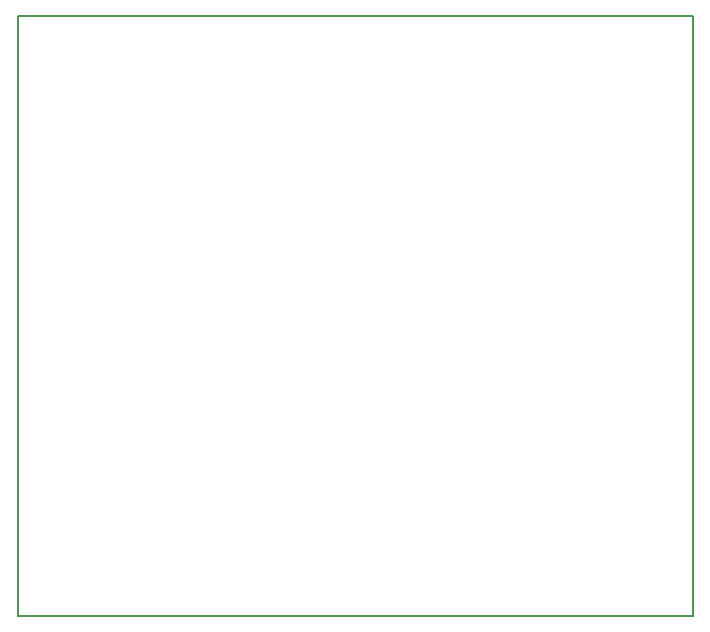
<source format=gm1>
G04 #@! TF.FileFunction,Profile,NP*
%FSLAX46Y46*%
G04 Gerber Fmt 4.6, Leading zero omitted, Abs format (unit mm)*
G04 Created by KiCad (PCBNEW 4.0.7) date 09/16/17 14:05:08*
%MOMM*%
%LPD*%
G01*
G04 APERTURE LIST*
%ADD10C,0.100000*%
%ADD11C,0.150000*%
G04 APERTURE END LIST*
D10*
D11*
X193040000Y-101600000D02*
X135890000Y-101600000D01*
X193040000Y-152400000D02*
X193040000Y-101600000D01*
X135890000Y-152400000D02*
X193040000Y-152400000D01*
X135890000Y-101600000D02*
X135890000Y-152400000D01*
M02*

</source>
